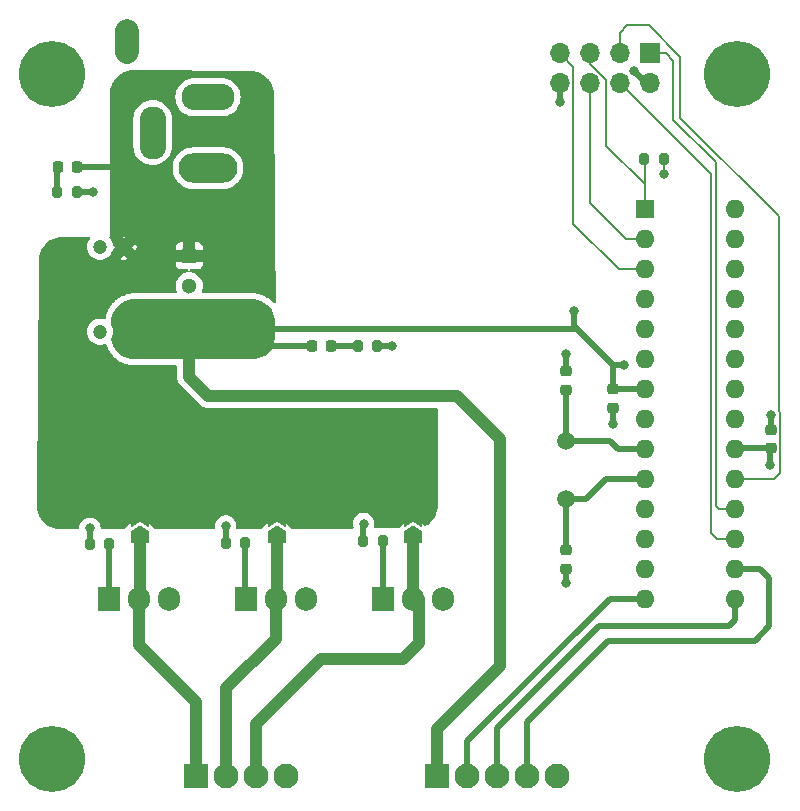
<source format=gbr>
%TF.GenerationSoftware,KiCad,Pcbnew,7.0.1*%
%TF.CreationDate,2023-03-24T14:01:55+01:00*%
%TF.ProjectId,mainboard,6d61696e-626f-4617-9264-2e6b69636164,1.0*%
%TF.SameCoordinates,Original*%
%TF.FileFunction,Copper,L1,Top*%
%TF.FilePolarity,Positive*%
%FSLAX46Y46*%
G04 Gerber Fmt 4.6, Leading zero omitted, Abs format (unit mm)*
G04 Created by KiCad (PCBNEW 7.0.1) date 2023-03-24 14:01:55*
%MOMM*%
%LPD*%
G01*
G04 APERTURE LIST*
G04 Aperture macros list*
%AMRoundRect*
0 Rectangle with rounded corners*
0 $1 Rounding radius*
0 $2 $3 $4 $5 $6 $7 $8 $9 X,Y pos of 4 corners*
0 Add a 4 corners polygon primitive as box body*
4,1,4,$2,$3,$4,$5,$6,$7,$8,$9,$2,$3,0*
0 Add four circle primitives for the rounded corners*
1,1,$1+$1,$2,$3*
1,1,$1+$1,$4,$5*
1,1,$1+$1,$6,$7*
1,1,$1+$1,$8,$9*
0 Add four rect primitives between the rounded corners*
20,1,$1+$1,$2,$3,$4,$5,0*
20,1,$1+$1,$4,$5,$6,$7,0*
20,1,$1+$1,$6,$7,$8,$9,0*
20,1,$1+$1,$8,$9,$2,$3,0*%
%AMFreePoly0*
4,1,6,1.000000,0.000000,0.500000,-0.750000,-0.500000,-0.750000,-0.500000,0.750000,0.500000,0.750000,1.000000,0.000000,1.000000,0.000000,$1*%
%AMFreePoly1*
4,1,6,0.500000,-0.750000,-0.650000,-0.750000,-0.150000,0.000000,-0.650000,0.750000,0.500000,0.750000,0.500000,-0.750000,0.500000,-0.750000,$1*%
G04 Aperture macros list end*
%TA.AperFunction,SMDPad,CuDef*%
%ADD10RoundRect,0.250000X-0.625000X0.312500X-0.625000X-0.312500X0.625000X-0.312500X0.625000X0.312500X0*%
%TD*%
%TA.AperFunction,SMDPad,CuDef*%
%ADD11RoundRect,0.225000X0.250000X-0.225000X0.250000X0.225000X-0.250000X0.225000X-0.250000X-0.225000X0*%
%TD*%
%TA.AperFunction,ComponentPad*%
%ADD12C,5.600000*%
%TD*%
%TA.AperFunction,SMDPad,CuDef*%
%ADD13RoundRect,0.225000X-0.250000X0.225000X-0.250000X-0.225000X0.250000X-0.225000X0.250000X0.225000X0*%
%TD*%
%TA.AperFunction,SMDPad,CuDef*%
%ADD14FreePoly0,90.000000*%
%TD*%
%TA.AperFunction,SMDPad,CuDef*%
%ADD15FreePoly1,90.000000*%
%TD*%
%TA.AperFunction,SMDPad,CuDef*%
%ADD16RoundRect,0.200000X-0.200000X-0.275000X0.200000X-0.275000X0.200000X0.275000X-0.200000X0.275000X0*%
%TD*%
%TA.AperFunction,ComponentPad*%
%ADD17R,1.600000X1.600000*%
%TD*%
%TA.AperFunction,ComponentPad*%
%ADD18O,1.600000X1.600000*%
%TD*%
%TA.AperFunction,ComponentPad*%
%ADD19R,1.905000X2.000000*%
%TD*%
%TA.AperFunction,ComponentPad*%
%ADD20O,1.905000X2.000000*%
%TD*%
%TA.AperFunction,ComponentPad*%
%ADD21O,5.000000X2.500000*%
%TD*%
%TA.AperFunction,ComponentPad*%
%ADD22O,4.500000X2.250000*%
%TD*%
%TA.AperFunction,ComponentPad*%
%ADD23O,2.250000X4.500000*%
%TD*%
%TA.AperFunction,SMDPad,CuDef*%
%ADD24RoundRect,0.200000X0.200000X0.275000X-0.200000X0.275000X-0.200000X-0.275000X0.200000X-0.275000X0*%
%TD*%
%TA.AperFunction,SMDPad,CuDef*%
%ADD25RoundRect,0.218750X-0.218750X-0.256250X0.218750X-0.256250X0.218750X0.256250X-0.218750X0.256250X0*%
%TD*%
%TA.AperFunction,ComponentPad*%
%ADD26R,1.700000X1.700000*%
%TD*%
%TA.AperFunction,ComponentPad*%
%ADD27O,1.700000X1.700000*%
%TD*%
%TA.AperFunction,ComponentPad*%
%ADD28R,2.100000X2.100000*%
%TD*%
%TA.AperFunction,ComponentPad*%
%ADD29C,2.100000*%
%TD*%
%TA.AperFunction,ComponentPad*%
%ADD30R,1.300000X1.300000*%
%TD*%
%TA.AperFunction,ComponentPad*%
%ADD31C,1.300000*%
%TD*%
%TA.AperFunction,ComponentPad*%
%ADD32C,1.200000*%
%TD*%
%TA.AperFunction,SMDPad,CuDef*%
%ADD33RoundRect,0.218750X0.218750X0.256250X-0.218750X0.256250X-0.218750X-0.256250X0.218750X-0.256250X0*%
%TD*%
%TA.AperFunction,ComponentPad*%
%ADD34C,1.500000*%
%TD*%
%TA.AperFunction,ViaPad*%
%ADD35C,1.400000*%
%TD*%
%TA.AperFunction,ViaPad*%
%ADD36C,0.800000*%
%TD*%
%TA.AperFunction,Conductor*%
%ADD37C,2.000000*%
%TD*%
%TA.AperFunction,Conductor*%
%ADD38C,0.500000*%
%TD*%
%TA.AperFunction,Conductor*%
%ADD39C,1.000000*%
%TD*%
%TA.AperFunction,Conductor*%
%ADD40C,0.200000*%
%TD*%
G04 APERTURE END LIST*
D10*
%TO.P,F1,1*%
%TO.N,Net-(F1-Pad1)*%
X122200000Y-64737500D03*
%TO.P,F1,2*%
%TO.N,+12V*%
X122200000Y-67662500D03*
%TD*%
D11*
%TO.P,C5,1*%
%TO.N,Net-(U2-XTAL1{slash}PB6)*%
X159380000Y-93355000D03*
%TO.P,C5,2*%
%TO.N,GND*%
X159380000Y-91805000D03*
%TD*%
D12*
%TO.P,H4,1,1*%
%TO.N,GND*%
X173900000Y-124600000D03*
%TD*%
D13*
%TO.P,C3,1*%
%TO.N,5V*%
X163380000Y-93335000D03*
%TO.P,C3,2*%
%TO.N,GND*%
X163380000Y-94885000D03*
%TD*%
D14*
%TO.P,JP1,1,A*%
%TO.N,/12V_LOAD_1*%
X123300000Y-105825000D03*
D15*
%TO.P,JP1,2,B*%
%TO.N,+12V*%
X123300000Y-104375000D03*
%TD*%
D12*
%TO.P,H2,1,1*%
%TO.N,GND*%
X173900000Y-66600000D03*
%TD*%
D13*
%TO.P,C4,1*%
%TO.N,GND*%
X176780000Y-96782500D03*
%TO.P,C4,2*%
%TO.N,5V*%
X176780000Y-98332500D03*
%TD*%
D16*
%TO.P,R5,1*%
%TO.N,Net-(U2-PD7)*%
X142255000Y-106200000D03*
%TO.P,R5,2*%
%TO.N,GATE3*%
X143905000Y-106200000D03*
%TD*%
D17*
%TO.P,U2,1,~{RESET}/PC6*%
%TO.N,RESET*%
X166080000Y-78080000D03*
D18*
%TO.P,U2,2,PD0*%
%TO.N,RX*%
X166080000Y-80620000D03*
%TO.P,U2,3,PD1*%
%TO.N,TX*%
X166080000Y-83160000D03*
%TO.P,U2,4,PD2*%
%TO.N,unconnected-(U2-PD2-Pad4)*%
X166080000Y-85700000D03*
%TO.P,U2,5,PD3*%
%TO.N,unconnected-(U2-PD3-Pad5)*%
X166080000Y-88240000D03*
%TO.P,U2,6,PD4*%
%TO.N,unconnected-(U2-PD4-Pad6)*%
X166080000Y-90780000D03*
%TO.P,U2,7,VCC*%
%TO.N,5V*%
X166080000Y-93320000D03*
%TO.P,U2,8,GND*%
%TO.N,GND*%
X166080000Y-95860000D03*
%TO.P,U2,9,XTAL1/PB6*%
%TO.N,Net-(U2-XTAL1{slash}PB6)*%
X166080000Y-98400000D03*
%TO.P,U2,10,XTAL2/PB7*%
%TO.N,Net-(U2-XTAL2{slash}PB7)*%
X166080000Y-100940000D03*
%TO.P,U2,11,PD5*%
%TO.N,Net-(U2-PD5)*%
X166080000Y-103480000D03*
%TO.P,U2,12,PD6*%
%TO.N,Net-(U2-PD6)*%
X166080000Y-106020000D03*
%TO.P,U2,13,PD7*%
%TO.N,Net-(U2-PD7)*%
X166080000Y-108560000D03*
%TO.P,U2,14,PB0*%
%TO.N,RearLightButton*%
X166080000Y-111100000D03*
%TO.P,U2,15,PB1*%
%TO.N,IndicatorButton*%
X173700000Y-111100000D03*
%TO.P,U2,16,PB2*%
%TO.N,BrakeButton*%
X173700000Y-108560000D03*
%TO.P,U2,17,PB3*%
%TO.N,MOSI*%
X173700000Y-106020000D03*
%TO.P,U2,18,PB4*%
%TO.N,MISO*%
X173700000Y-103480000D03*
%TO.P,U2,19,PB5*%
%TO.N,SCK*%
X173700000Y-100940000D03*
%TO.P,U2,20,AVCC*%
%TO.N,5V*%
X173700000Y-98400000D03*
%TO.P,U2,21,AREF*%
%TO.N,unconnected-(U2-AREF-Pad21)*%
X173700000Y-95860000D03*
%TO.P,U2,22,GND*%
%TO.N,GND*%
X173700000Y-93320000D03*
%TO.P,U2,23,PC0*%
%TO.N,unconnected-(U2-PC0-Pad23)*%
X173700000Y-90780000D03*
%TO.P,U2,24,PC1*%
%TO.N,unconnected-(U2-PC1-Pad24)*%
X173700000Y-88240000D03*
%TO.P,U2,25,PC2*%
%TO.N,unconnected-(U2-PC2-Pad25)*%
X173700000Y-85700000D03*
%TO.P,U2,26,PC3*%
%TO.N,unconnected-(U2-PC3-Pad26)*%
X173700000Y-83160000D03*
%TO.P,U2,27,PC4*%
%TO.N,unconnected-(U2-PC4-Pad27)*%
X173700000Y-80620000D03*
%TO.P,U2,28,PC5*%
%TO.N,unconnected-(U2-PC5-Pad28)*%
X173700000Y-78080000D03*
%TD*%
D16*
%TO.P,R4,1*%
%TO.N,Net-(U2-PD6)*%
X130615000Y-106345000D03*
%TO.P,R4,2*%
%TO.N,GATE2*%
X132265000Y-106345000D03*
%TD*%
D12*
%TO.P,H3,1,1*%
%TO.N,GND*%
X115900000Y-124600000D03*
%TD*%
%TO.P,H1,1,1*%
%TO.N,GND*%
X115900000Y-66600000D03*
%TD*%
D19*
%TO.P,Q3,1,G*%
%TO.N,GATE3*%
X143900000Y-111100000D03*
D20*
%TO.P,Q3,2,D*%
%TO.N,/12V_LOAD_3*%
X146440000Y-111100000D03*
%TO.P,Q3,3,S*%
%TO.N,GND*%
X148980000Y-111100000D03*
%TD*%
D21*
%TO.P,J1,1*%
%TO.N,Net-(F1-Pad1)*%
X129100000Y-74600000D03*
D22*
%TO.P,J1,2*%
%TO.N,GND*%
X129100000Y-68600000D03*
D23*
%TO.P,J1,3*%
X124400000Y-71600000D03*
%TD*%
D19*
%TO.P,Q1,1,G*%
%TO.N,GATE1*%
X120720000Y-111100000D03*
D20*
%TO.P,Q1,2,D*%
%TO.N,/12V_LOAD_1*%
X123260000Y-111100000D03*
%TO.P,Q1,3,S*%
%TO.N,GND*%
X125800000Y-111100000D03*
%TD*%
D24*
%TO.P,R1,1*%
%TO.N,GND*%
X118000000Y-76600000D03*
%TO.P,R1,2*%
%TO.N,Net-(D1-K)*%
X116350000Y-76600000D03*
%TD*%
D25*
%TO.P,D1,1,K*%
%TO.N,Net-(D1-K)*%
X116412500Y-74500000D03*
%TO.P,D1,2,A*%
%TO.N,+12V*%
X117987500Y-74500000D03*
%TD*%
D26*
%TO.P,J4,1,Pin_1*%
%TO.N,MISO*%
X166500000Y-64860000D03*
D27*
%TO.P,J4,2,Pin_2*%
%TO.N,5V*%
X166500000Y-67400000D03*
%TO.P,J4,3,Pin_3*%
%TO.N,SCK*%
X163960000Y-64860000D03*
%TO.P,J4,4,Pin_4*%
%TO.N,MOSI*%
X163960000Y-67400000D03*
%TO.P,J4,5,Pin_5*%
%TO.N,RESET*%
X161420000Y-64860000D03*
%TO.P,J4,6,Pin_6*%
%TO.N,RX*%
X161420000Y-67400000D03*
%TO.P,J4,7,Pin_7*%
%TO.N,TX*%
X158880000Y-64860000D03*
%TO.P,J4,8,Pin_8*%
%TO.N,GND*%
X158880000Y-67400000D03*
%TD*%
D28*
%TO.P,J3,1,Pin_1*%
%TO.N,/12V_LOAD_1*%
X128120000Y-126100000D03*
D29*
%TO.P,J3,2,Pin_2*%
%TO.N,/12V_LOAD_2*%
X130660000Y-126100000D03*
%TO.P,J3,3,Pin_3*%
%TO.N,/12V_LOAD_3*%
X133200000Y-126100000D03*
%TO.P,J3,4,Pin_4*%
%TO.N,GND*%
X135740000Y-126100000D03*
%TD*%
D30*
%TO.P,U1,1,Vin*%
%TO.N,+12V*%
X127500000Y-82020000D03*
D31*
%TO.P,U1,2,GND*%
%TO.N,GND*%
X127500000Y-84560000D03*
%TO.P,U1,3,Vout*%
%TO.N,5V*%
X127500000Y-87100000D03*
%TD*%
D28*
%TO.P,J2,1,Pin_1*%
%TO.N,5V*%
X148520000Y-126100000D03*
D29*
%TO.P,J2,2,Pin_2*%
%TO.N,RearLightButton*%
X151060000Y-126100000D03*
%TO.P,J2,3,Pin_3*%
%TO.N,IndicatorButton*%
X153600000Y-126100000D03*
%TO.P,J2,4,Pin_4*%
%TO.N,BrakeButton*%
X156140000Y-126100000D03*
%TO.P,J2,5,Pin_5*%
%TO.N,GND*%
X158680000Y-126100000D03*
%TD*%
D14*
%TO.P,JP3,1,A*%
%TO.N,/12V_LOAD_3*%
X146480000Y-105825000D03*
D15*
%TO.P,JP3,2,B*%
%TO.N,+12V*%
X146480000Y-104375000D03*
%TD*%
D19*
%TO.P,Q2,1,G*%
%TO.N,GATE2*%
X132300000Y-111100000D03*
D20*
%TO.P,Q2,2,D*%
%TO.N,/12V_LOAD_2*%
X134840000Y-111100000D03*
%TO.P,Q2,3,S*%
%TO.N,GND*%
X137380000Y-111100000D03*
%TD*%
D32*
%TO.P,C1,1*%
%TO.N,+12V*%
X121950000Y-81260000D03*
%TO.P,C1,2*%
%TO.N,GND*%
X119950000Y-81260000D03*
%TD*%
D16*
%TO.P,R3,1*%
%TO.N,Net-(U2-PD5)*%
X119095000Y-106400000D03*
%TO.P,R3,2*%
%TO.N,GATE1*%
X120745000Y-106400000D03*
%TD*%
D33*
%TO.P,D2,1,K*%
%TO.N,Net-(D2-K)*%
X139487500Y-89700000D03*
%TO.P,D2,2,A*%
%TO.N,5V*%
X137912500Y-89700000D03*
%TD*%
D16*
%TO.P,R6,1*%
%TO.N,RESET*%
X166050000Y-73800000D03*
%TO.P,R6,2*%
%TO.N,5V*%
X167700000Y-73800000D03*
%TD*%
D34*
%TO.P,Y1,1,1*%
%TO.N,Net-(U2-XTAL2{slash}PB7)*%
X159380000Y-102610000D03*
%TO.P,Y1,2,2*%
%TO.N,Net-(U2-XTAL1{slash}PB6)*%
X159380000Y-97730000D03*
%TD*%
D13*
%TO.P,C6,1*%
%TO.N,Net-(U2-XTAL2{slash}PB7)*%
X159380000Y-106965000D03*
%TO.P,C6,2*%
%TO.N,GND*%
X159380000Y-108515000D03*
%TD*%
D32*
%TO.P,C2,1*%
%TO.N,5V*%
X121950000Y-88460000D03*
%TO.P,C2,2*%
%TO.N,GND*%
X119950000Y-88460000D03*
%TD*%
D24*
%TO.P,R2,1*%
%TO.N,GND*%
X143425000Y-89700000D03*
%TO.P,R2,2*%
%TO.N,Net-(D2-K)*%
X141775000Y-89700000D03*
%TD*%
D14*
%TO.P,JP2,1,A*%
%TO.N,/12V_LOAD_2*%
X134900000Y-105825000D03*
D15*
%TO.P,JP2,2,B*%
%TO.N,+12V*%
X134900000Y-104375000D03*
%TD*%
D35*
%TO.N,Net-(F1-Pad1)*%
X122200000Y-63000000D03*
D36*
%TO.N,GND*%
X119400000Y-76600000D03*
X144700000Y-89700000D03*
X159380000Y-90360000D03*
X159380000Y-109760000D03*
X158900000Y-69000000D03*
X163400000Y-96310000D03*
X176760000Y-95517500D03*
%TO.N,5V*%
X165200000Y-66400000D03*
X164300000Y-91300000D03*
X160100000Y-86700000D03*
X167700000Y-75100000D03*
X176700000Y-99700000D03*
%TO.N,Net-(U2-PD5)*%
X119100000Y-105100000D03*
%TO.N,Net-(U2-PD6)*%
X130600000Y-104900000D03*
%TO.N,Net-(U2-PD7)*%
X142280000Y-104700000D03*
%TD*%
D37*
%TO.N,Net-(F1-Pad1)*%
X122200000Y-64737500D02*
X122200000Y-63000000D01*
D38*
%TO.N,Net-(U2-XTAL1{slash}PB6)*%
X163130000Y-97730000D02*
X163800000Y-98400000D01*
X159380000Y-93355000D02*
X159380000Y-97730000D01*
X159380000Y-97730000D02*
X163130000Y-97730000D01*
X163800000Y-98400000D02*
X166080000Y-98400000D01*
%TO.N,GND*%
X176780000Y-96782500D02*
X176780000Y-95537500D01*
X158880000Y-67400000D02*
X158880000Y-68980000D01*
X163380000Y-94885000D02*
X163380000Y-96290000D01*
X143425000Y-89700000D02*
X144700000Y-89700000D01*
X159380000Y-91805000D02*
X159380000Y-90360000D01*
X163380000Y-96290000D02*
X163400000Y-96310000D01*
X118000000Y-76600000D02*
X119400000Y-76600000D01*
X159380000Y-108515000D02*
X159380000Y-109760000D01*
X158880000Y-68980000D02*
X158900000Y-69000000D01*
X176780000Y-95537500D02*
X176760000Y-95517500D01*
%TO.N,Net-(U2-XTAL2{slash}PB7)*%
X162760000Y-100940000D02*
X166080000Y-100940000D01*
X159380000Y-102610000D02*
X161090000Y-102610000D01*
X159380000Y-106965000D02*
X159380000Y-102610000D01*
X161090000Y-102610000D02*
X162760000Y-100940000D01*
D39*
%TO.N,5V*%
X148520000Y-122080000D02*
X153800000Y-116800000D01*
D38*
X166200000Y-67400000D02*
X165200000Y-66400000D01*
X163400000Y-91300000D02*
X164300000Y-91300000D01*
D39*
X153800000Y-116800000D02*
X153800000Y-97500000D01*
D38*
X176700000Y-99700000D02*
X176700000Y-98412500D01*
X133700000Y-89700000D02*
X132900000Y-88900000D01*
D39*
X129100000Y-93900000D02*
X127500000Y-92300000D01*
D38*
X176700000Y-98412500D02*
X176780000Y-98332500D01*
X160100000Y-86700000D02*
X160100000Y-88000000D01*
D39*
X127500000Y-92300000D02*
X127500000Y-87100000D01*
D38*
X163400000Y-91300000D02*
X163400000Y-93315000D01*
X163380000Y-93335000D02*
X166065000Y-93335000D01*
X166065000Y-93335000D02*
X166080000Y-93320000D01*
X137912500Y-89700000D02*
X133700000Y-89700000D01*
X132900000Y-88900000D02*
X132900000Y-88200000D01*
D39*
X150200000Y-93900000D02*
X129100000Y-93900000D01*
D38*
X176780000Y-98332500D02*
X173767500Y-98332500D01*
D40*
X167700000Y-73800000D02*
X167700000Y-75100000D01*
D39*
X148520000Y-126100000D02*
X148520000Y-122080000D01*
D38*
X166500000Y-67400000D02*
X166200000Y-67400000D01*
X160100000Y-88000000D02*
X160300000Y-88200000D01*
X160300000Y-88200000D02*
X163400000Y-91300000D01*
X173767500Y-98332500D02*
X173700000Y-98400000D01*
X131800000Y-87100000D02*
X132900000Y-88200000D01*
D39*
X153800000Y-97500000D02*
X150200000Y-93900000D01*
D38*
X132900000Y-88200000D02*
X160300000Y-88200000D01*
X127500000Y-87100000D02*
X131800000Y-87100000D01*
X163400000Y-93315000D02*
X163380000Y-93335000D01*
D40*
%TO.N,MISO*%
X168500000Y-65500000D02*
X168500000Y-70500000D01*
X167860000Y-64860000D02*
X168500000Y-65500000D01*
X172420000Y-103480000D02*
X173700000Y-103480000D01*
X172400000Y-103500000D02*
X172420000Y-103480000D01*
X166500000Y-64860000D02*
X167860000Y-64860000D01*
X172100000Y-74100000D02*
X172100000Y-103200000D01*
X168500000Y-70500000D02*
X172100000Y-74100000D01*
X172100000Y-103200000D02*
X172400000Y-103500000D01*
%TO.N,SCK*%
X177400000Y-95167550D02*
X177555000Y-95322550D01*
X163960000Y-63140000D02*
X164600000Y-62500000D01*
X177000000Y-100940000D02*
X173700000Y-100940000D01*
X164600000Y-62500000D02*
X166440000Y-62500000D01*
X177400000Y-78700000D02*
X177400000Y-95167550D01*
X163960000Y-64860000D02*
X163960000Y-63140000D01*
X169100000Y-65160000D02*
X169100000Y-70400000D01*
X166440000Y-62500000D02*
X169100000Y-65160000D01*
X169100000Y-70400000D02*
X177400000Y-78700000D01*
X177555000Y-95322550D02*
X177555000Y-100385000D01*
X177555000Y-100385000D02*
X177000000Y-100940000D01*
%TO.N,MOSI*%
X172220000Y-106020000D02*
X173700000Y-106020000D01*
X163960000Y-67400000D02*
X171700000Y-75140000D01*
X171700000Y-105500000D02*
X172220000Y-106020000D01*
X171700000Y-75140000D02*
X171700000Y-105500000D01*
%TO.N,RESET*%
X166080000Y-73830000D02*
X166050000Y-73800000D01*
X162810000Y-72710000D02*
X166080000Y-75980000D01*
X161420000Y-65773654D02*
X162810000Y-67163654D01*
X166080000Y-75980000D02*
X166080000Y-73830000D01*
X162810000Y-67163654D02*
X162810000Y-72710000D01*
X166080000Y-75980000D02*
X166080000Y-78080000D01*
X161420000Y-64860000D02*
X161420000Y-65773654D01*
D38*
%TO.N,GATE1*%
X120745000Y-111075000D02*
X120720000Y-111100000D01*
X120745000Y-106400000D02*
X120745000Y-111075000D01*
%TO.N,GATE2*%
X132265000Y-111065000D02*
X132300000Y-111100000D01*
X132265000Y-106345000D02*
X132265000Y-111065000D01*
%TO.N,GATE3*%
X143905000Y-111095000D02*
X143900000Y-111100000D01*
X143905000Y-106200000D02*
X143905000Y-111095000D01*
%TO.N,Net-(U2-PD5)*%
X119095000Y-105105000D02*
X119100000Y-105100000D01*
X119095000Y-106400000D02*
X119095000Y-105105000D01*
%TO.N,Net-(U2-PD6)*%
X130615000Y-106345000D02*
X130615000Y-104915000D01*
X130615000Y-104915000D02*
X130600000Y-104900000D01*
%TO.N,Net-(U2-PD7)*%
X142255000Y-106200000D02*
X142255000Y-104725000D01*
X142255000Y-104725000D02*
X142280000Y-104700000D01*
%TO.N,Net-(D1-K)*%
X116350000Y-76600000D02*
X116350000Y-74562500D01*
X116350000Y-74562500D02*
X116412500Y-74500000D01*
%TO.N,Net-(D2-K)*%
X139487500Y-89700000D02*
X141775000Y-89700000D01*
D40*
%TO.N,RX*%
X164520000Y-80620000D02*
X166080000Y-80620000D01*
X161420000Y-77520000D02*
X164520000Y-80620000D01*
X161420000Y-67400000D02*
X161420000Y-77520000D01*
D38*
%TO.N,RearLightButton*%
X151060000Y-126100000D02*
X151060000Y-123140000D01*
X151060000Y-123140000D02*
X163100000Y-111100000D01*
X163100000Y-111100000D02*
X166080000Y-111100000D01*
%TO.N,IndicatorButton*%
X153600000Y-122000000D02*
X162200000Y-113400000D01*
X173700000Y-112900000D02*
X173700000Y-111100000D01*
X153600000Y-126100000D02*
X153600000Y-122000000D01*
X173200000Y-113400000D02*
X173700000Y-112900000D01*
X162200000Y-113400000D02*
X173200000Y-113400000D01*
%TO.N,+12V*%
X117987500Y-74500000D02*
X122200000Y-74500000D01*
%TO.N,BrakeButton*%
X175860000Y-108560000D02*
X173700000Y-108560000D01*
X163000000Y-114600000D02*
X175400000Y-114600000D01*
X176600000Y-109300000D02*
X175860000Y-108560000D01*
X156140000Y-121460000D02*
X163000000Y-114600000D01*
X175400000Y-114600000D02*
X176600000Y-113400000D01*
X176600000Y-113400000D02*
X176600000Y-109300000D01*
X156140000Y-126100000D02*
X156140000Y-121460000D01*
D39*
%TO.N,/12V_LOAD_1*%
X128120000Y-126100000D02*
X128120000Y-119820000D01*
X128120000Y-119820000D02*
X123260000Y-114960000D01*
X123300000Y-105825000D02*
X123300000Y-111060000D01*
X123300000Y-111060000D02*
X123260000Y-111100000D01*
X123260000Y-105790000D02*
X123300000Y-105750000D01*
X123260000Y-114960000D02*
X123260000Y-111100000D01*
%TO.N,/12V_LOAD_2*%
X134900000Y-111040000D02*
X134840000Y-111100000D01*
X130660000Y-126100000D02*
X130660000Y-118640000D01*
X134840000Y-105810000D02*
X134900000Y-105750000D01*
X134840000Y-114460000D02*
X134840000Y-111100000D01*
X134900000Y-105825000D02*
X134900000Y-111040000D01*
X130660000Y-118640000D02*
X134840000Y-114460000D01*
%TO.N,/12V_LOAD_3*%
X138700000Y-116200000D02*
X145600000Y-116200000D01*
X133200000Y-126100000D02*
X133200000Y-121700000D01*
X146440000Y-105790000D02*
X146480000Y-105750000D01*
X145600000Y-116200000D02*
X146960000Y-114840000D01*
X146440000Y-111100000D02*
X146440000Y-105865000D01*
X146960000Y-114840000D02*
X146960000Y-111100000D01*
X146440000Y-105865000D02*
X146480000Y-105825000D01*
X133200000Y-121700000D02*
X138700000Y-116200000D01*
D40*
%TO.N,TX*%
X158880000Y-64860000D02*
X160030000Y-66010000D01*
X160030000Y-79330000D02*
X163860000Y-83160000D01*
X163860000Y-83160000D02*
X166080000Y-83160000D01*
X160030000Y-66010000D02*
X160030000Y-79330000D01*
%TD*%
%TA.AperFunction,Conductor*%
%TO.N,+12V*%
G36*
X117322586Y-80407484D02*
G01*
X118794052Y-80411852D01*
X118794052Y-80411851D01*
X118794065Y-80411852D01*
X118794067Y-80411851D01*
X119023061Y-80412530D01*
X119064220Y-80441745D01*
X119090982Y-80491169D01*
X119093177Y-80547330D01*
X119070352Y-80598691D01*
X119010326Y-80678178D01*
X118919418Y-80860748D01*
X118863602Y-81056916D01*
X118844785Y-81260000D01*
X118863602Y-81463083D01*
X118919418Y-81659251D01*
X119010324Y-81841818D01*
X119133236Y-82004580D01*
X119283958Y-82141981D01*
X119457361Y-82249347D01*
X119457363Y-82249348D01*
X119647544Y-82323024D01*
X119848024Y-82360500D01*
X120051974Y-82360500D01*
X120051976Y-82360500D01*
X120252456Y-82323024D01*
X120291989Y-82307709D01*
X121609396Y-82307709D01*
X121647677Y-82322539D01*
X121848072Y-82360000D01*
X122051928Y-82360000D01*
X122252317Y-82322540D01*
X122290602Y-82307708D01*
X121950001Y-81967107D01*
X121950000Y-81967107D01*
X121609396Y-82307709D01*
X120291989Y-82307709D01*
X120442637Y-82249348D01*
X120616041Y-82141981D01*
X120766764Y-82004579D01*
X120889673Y-81841821D01*
X120889673Y-81841819D01*
X120889675Y-81841818D01*
X120980580Y-81659254D01*
X120980579Y-81659254D01*
X120980582Y-81659250D01*
X121026228Y-81498821D01*
X121057810Y-81445080D01*
X121242892Y-81260001D01*
X122657107Y-81260001D01*
X122996960Y-81599854D01*
X122996961Y-81599854D01*
X123019682Y-81520000D01*
X126350000Y-81520000D01*
X127000000Y-81520000D01*
X127000000Y-80870000D01*
X128000000Y-80870000D01*
X128000000Y-81520000D01*
X128650000Y-81520000D01*
X128650000Y-81322176D01*
X128643597Y-81262624D01*
X128593352Y-81127910D01*
X128507188Y-81012811D01*
X128392089Y-80926647D01*
X128257375Y-80876402D01*
X128197824Y-80870000D01*
X128000000Y-80870000D01*
X127000000Y-80870000D01*
X126802176Y-80870000D01*
X126742624Y-80876402D01*
X126607910Y-80926647D01*
X126492811Y-81012811D01*
X126406647Y-81127910D01*
X126356402Y-81262624D01*
X126350000Y-81322176D01*
X126350000Y-81520000D01*
X123019682Y-81520000D01*
X123035903Y-81462990D01*
X123054712Y-81259999D01*
X123035903Y-81057009D01*
X122996961Y-80920144D01*
X122996960Y-80920144D01*
X122657107Y-81260000D01*
X122657107Y-81260001D01*
X121242892Y-81260001D01*
X121242893Y-81260000D01*
X121057810Y-81074917D01*
X121026227Y-81021176D01*
X120980582Y-80860750D01*
X120956325Y-80812035D01*
X120889675Y-80678181D01*
X120766763Y-80515419D01*
X120659225Y-80417385D01*
X121817930Y-80420823D01*
X121950000Y-80552893D01*
X121950001Y-80552893D01*
X122081287Y-80421605D01*
X134800000Y-80459346D01*
X134800000Y-83303920D01*
X134817009Y-83330167D01*
X134826251Y-83375117D01*
X134868855Y-85931340D01*
X134856098Y-85988223D01*
X134818757Y-86032990D01*
X134765086Y-86055747D01*
X134706947Y-86051464D01*
X134657191Y-86021087D01*
X134473439Y-85837335D01*
X134447042Y-85812756D01*
X134447029Y-85812745D01*
X134433676Y-85801173D01*
X134433659Y-85801158D01*
X134405577Y-85778528D01*
X134405560Y-85778515D01*
X134191311Y-85618129D01*
X134161650Y-85597536D01*
X134146776Y-85587978D01*
X134115761Y-85569577D01*
X134115759Y-85569576D01*
X133880884Y-85441324D01*
X133848591Y-85425159D01*
X133832521Y-85417820D01*
X133799198Y-85404017D01*
X133724826Y-85376277D01*
X133548417Y-85310480D01*
X133548411Y-85310478D01*
X133548395Y-85310472D01*
X133514171Y-85299082D01*
X133497208Y-85294102D01*
X133462246Y-85285178D01*
X133200747Y-85228294D01*
X133200744Y-85228293D01*
X133200742Y-85228293D01*
X133195939Y-85227426D01*
X133165261Y-85221890D01*
X133147748Y-85219371D01*
X133122607Y-85216668D01*
X133111850Y-85215512D01*
X133111841Y-85215511D01*
X133111838Y-85215511D01*
X132840468Y-85196103D01*
X132822497Y-85195139D01*
X132813574Y-85194820D01*
X132795591Y-85194500D01*
X132795572Y-85194500D01*
X128669564Y-85194500D01*
X128609225Y-85178829D01*
X128564137Y-85135778D01*
X128545696Y-85076227D01*
X128558563Y-85015229D01*
X128577406Y-84977386D01*
X128635756Y-84772310D01*
X128635755Y-84772310D01*
X128655429Y-84560000D01*
X128635756Y-84347690D01*
X128577405Y-84142611D01*
X128577014Y-84141827D01*
X128482368Y-83951747D01*
X128353873Y-83781594D01*
X128196301Y-83637947D01*
X128015017Y-83525701D01*
X127816198Y-83448679D01*
X127640782Y-83415888D01*
X127585831Y-83390606D01*
X127549378Y-83342333D01*
X127540099Y-83282559D01*
X127560203Y-83225507D01*
X127604906Y-83184754D01*
X127663570Y-83170000D01*
X128197824Y-83170000D01*
X128257375Y-83163597D01*
X128392089Y-83113352D01*
X128507188Y-83027188D01*
X128593352Y-82912089D01*
X128643597Y-82777375D01*
X128650000Y-82717824D01*
X128650000Y-82520000D01*
X126350000Y-82520000D01*
X126350000Y-82717824D01*
X126356402Y-82777375D01*
X126406647Y-82912089D01*
X126492811Y-83027188D01*
X126607910Y-83113352D01*
X126742624Y-83163597D01*
X126802176Y-83170000D01*
X127336430Y-83170000D01*
X127395094Y-83184754D01*
X127439797Y-83225507D01*
X127459901Y-83282559D01*
X127450622Y-83342333D01*
X127414169Y-83390606D01*
X127359217Y-83415888D01*
X127228258Y-83440368D01*
X127183801Y-83448679D01*
X126984982Y-83525701D01*
X126803698Y-83637947D01*
X126646126Y-83781594D01*
X126517631Y-83951747D01*
X126422595Y-84142609D01*
X126364243Y-84347689D01*
X126344571Y-84560000D01*
X126364243Y-84772310D01*
X126422593Y-84977386D01*
X126441437Y-85015229D01*
X126454304Y-85076227D01*
X126435863Y-85135778D01*
X126390775Y-85178829D01*
X126330436Y-85194500D01*
X122904409Y-85194500D01*
X122886428Y-85194820D01*
X122882972Y-85194943D01*
X122877537Y-85195138D01*
X122877499Y-85195140D01*
X122877500Y-85195140D01*
X122859532Y-85196103D01*
X122588133Y-85215512D01*
X122552260Y-85219369D01*
X122534776Y-85221884D01*
X122499249Y-85228293D01*
X122237740Y-85285181D01*
X122202789Y-85294102D01*
X122185836Y-85299079D01*
X122151582Y-85310480D01*
X121900811Y-85404013D01*
X121867461Y-85417827D01*
X121851410Y-85425159D01*
X121851382Y-85425172D01*
X121835237Y-85433253D01*
X121819117Y-85441323D01*
X121584237Y-85569576D01*
X121553200Y-85587992D01*
X121538358Y-85597529D01*
X121508692Y-85618126D01*
X121294419Y-85778529D01*
X121266329Y-85801167D01*
X121252965Y-85812747D01*
X121226565Y-85837329D01*
X121037329Y-86026565D01*
X121012747Y-86052965D01*
X121001167Y-86066329D01*
X120978529Y-86094419D01*
X120818126Y-86308692D01*
X120797529Y-86338358D01*
X120787992Y-86353200D01*
X120769576Y-86384237D01*
X120641323Y-86619117D01*
X120633253Y-86635237D01*
X120625172Y-86651382D01*
X120625166Y-86651393D01*
X120625166Y-86651395D01*
X120617827Y-86667461D01*
X120604013Y-86700811D01*
X120510480Y-86951582D01*
X120499079Y-86985836D01*
X120494102Y-87002789D01*
X120485181Y-87037740D01*
X120428291Y-87299259D01*
X120427008Y-87306370D01*
X120405971Y-87356294D01*
X120365658Y-87392484D01*
X120313762Y-87408033D01*
X120260190Y-87399972D01*
X120252456Y-87396976D01*
X120051976Y-87359500D01*
X119848024Y-87359500D01*
X119747784Y-87378237D01*
X119647542Y-87396976D01*
X119457361Y-87470652D01*
X119283958Y-87578018D01*
X119133236Y-87715419D01*
X119010324Y-87878181D01*
X118919418Y-88060748D01*
X118863602Y-88256916D01*
X118844785Y-88459999D01*
X118863602Y-88663083D01*
X118919418Y-88859251D01*
X119010324Y-89041818D01*
X119133236Y-89204580D01*
X119283958Y-89341981D01*
X119422342Y-89427664D01*
X119457363Y-89449348D01*
X119647544Y-89523024D01*
X119848024Y-89560500D01*
X120051974Y-89560500D01*
X120051976Y-89560500D01*
X120252456Y-89523024D01*
X120352539Y-89484251D01*
X120416865Y-89477427D01*
X120475877Y-89503929D01*
X120513512Y-89556545D01*
X120604017Y-89799198D01*
X120617820Y-89832521D01*
X120625159Y-89848591D01*
X120641324Y-89880884D01*
X120769577Y-90115761D01*
X120787978Y-90146776D01*
X120797536Y-90161650D01*
X120818129Y-90191311D01*
X120978515Y-90405560D01*
X120978528Y-90405577D01*
X121001158Y-90433659D01*
X121001168Y-90433670D01*
X121012754Y-90447040D01*
X121033716Y-90469553D01*
X121037335Y-90473439D01*
X121226559Y-90662663D01*
X121252956Y-90687242D01*
X121266339Y-90698840D01*
X121294421Y-90721470D01*
X121294429Y-90721476D01*
X121294439Y-90721484D01*
X121508683Y-90881866D01*
X121508686Y-90881868D01*
X121538331Y-90902451D01*
X121544405Y-90906353D01*
X121553216Y-90912016D01*
X121584244Y-90930425D01*
X121584250Y-90930428D01*
X121584258Y-90930433D01*
X121676865Y-90980999D01*
X121819123Y-91058678D01*
X121835249Y-91066750D01*
X121851375Y-91074824D01*
X121867467Y-91082173D01*
X121900807Y-91095984D01*
X121900816Y-91095987D01*
X121900820Y-91095989D01*
X122151574Y-91189516D01*
X122151594Y-91189522D01*
X122151595Y-91189523D01*
X122185819Y-91200913D01*
X122185827Y-91200915D01*
X122185829Y-91200916D01*
X122202805Y-91205900D01*
X122226821Y-91212029D01*
X122237761Y-91214822D01*
X122499241Y-91271703D01*
X122499245Y-91271703D01*
X122499251Y-91271705D01*
X122534758Y-91278111D01*
X122552270Y-91280629D01*
X122552291Y-91280632D01*
X122588137Y-91284486D01*
X122588151Y-91284487D01*
X122859519Y-91303896D01*
X122877536Y-91304862D01*
X122886382Y-91305178D01*
X122886414Y-91305178D01*
X122886426Y-91305179D01*
X122904409Y-91305500D01*
X122904428Y-91305500D01*
X126375500Y-91305500D01*
X126437500Y-91322113D01*
X126482887Y-91367500D01*
X126499500Y-91429500D01*
X126499500Y-92285721D01*
X126499460Y-92288863D01*
X126497242Y-92376362D01*
X126507648Y-92434420D01*
X126508957Y-92443749D01*
X126514926Y-92502438D01*
X126524033Y-92531467D01*
X126527772Y-92546702D01*
X126533141Y-92576652D01*
X126555020Y-92631425D01*
X126558180Y-92640300D01*
X126575841Y-92696588D01*
X126590607Y-92723191D01*
X126597337Y-92737364D01*
X126608622Y-92765617D01*
X126641080Y-92814867D01*
X126645961Y-92822923D01*
X126674590Y-92874501D01*
X126694404Y-92897581D01*
X126703856Y-92910116D01*
X126720599Y-92935520D01*
X126762300Y-92977221D01*
X126768705Y-92984132D01*
X126807130Y-93028891D01*
X126807131Y-93028892D01*
X126807134Y-93028895D01*
X126831198Y-93047522D01*
X126842968Y-93057889D01*
X128382449Y-94597370D01*
X128384642Y-94599619D01*
X128444941Y-94663053D01*
X128493358Y-94696752D01*
X128500865Y-94702413D01*
X128546593Y-94739698D01*
X128573556Y-94753782D01*
X128586980Y-94761915D01*
X128611951Y-94779295D01*
X128666163Y-94802559D01*
X128674663Y-94806595D01*
X128708286Y-94824159D01*
X128726951Y-94833909D01*
X128756196Y-94842277D01*
X128770986Y-94847543D01*
X128778464Y-94850752D01*
X128798942Y-94859540D01*
X128856737Y-94871416D01*
X128865854Y-94873654D01*
X128922582Y-94889887D01*
X128952916Y-94892196D01*
X128968453Y-94894374D01*
X128998259Y-94900500D01*
X129057243Y-94900500D01*
X129066657Y-94900858D01*
X129125477Y-94905337D01*
X129155652Y-94901493D01*
X129171318Y-94900500D01*
X148435042Y-94900500D01*
X148496896Y-94917029D01*
X148542261Y-94962209D01*
X148559041Y-95023996D01*
X148591842Y-103093331D01*
X148591562Y-103102184D01*
X148573230Y-103373829D01*
X148570779Y-103391364D01*
X148514877Y-103653267D01*
X148509955Y-103670274D01*
X148417320Y-103921556D01*
X148410026Y-103937688D01*
X148282549Y-104173218D01*
X148273031Y-104188147D01*
X148113315Y-104403114D01*
X148101769Y-104416535D01*
X147913063Y-104606568D01*
X147899723Y-104618209D01*
X147685873Y-104779431D01*
X147671015Y-104789051D01*
X147554336Y-104853262D01*
X147489288Y-104868514D01*
X147425768Y-104847800D01*
X146760482Y-104404276D01*
X146654715Y-104350496D01*
X146539327Y-104322845D01*
X146420673Y-104322845D01*
X146305284Y-104350496D01*
X146199517Y-104404276D01*
X145449516Y-104904276D01*
X145355605Y-104985134D01*
X145304599Y-105057457D01*
X145260498Y-105095992D01*
X145203633Y-105109988D01*
X144316561Y-105112597D01*
X143262809Y-105115696D01*
X143206393Y-105102306D01*
X143162233Y-105064729D01*
X143139985Y-105011184D01*
X143144512Y-104953383D01*
X143165674Y-104888256D01*
X143185460Y-104700000D01*
X143165674Y-104511744D01*
X143118898Y-104367783D01*
X143107179Y-104331715D01*
X143012533Y-104167783D01*
X142885870Y-104027110D01*
X142732730Y-103915848D01*
X142559802Y-103838855D01*
X142374648Y-103799500D01*
X142374646Y-103799500D01*
X142185354Y-103799500D01*
X142185352Y-103799500D01*
X142000197Y-103838855D01*
X141827269Y-103915848D01*
X141674129Y-104027110D01*
X141547466Y-104167783D01*
X141452820Y-104331715D01*
X141394326Y-104511742D01*
X141374540Y-104699999D01*
X141394326Y-104888257D01*
X141417362Y-104959153D01*
X141421919Y-105016779D01*
X141399856Y-105070209D01*
X141355969Y-105107831D01*
X141299796Y-105121470D01*
X139912976Y-105125549D01*
X136195778Y-105136482D01*
X136138508Y-105122654D01*
X136094085Y-105083951D01*
X136024393Y-104985134D01*
X135939156Y-104911744D01*
X135930483Y-104904276D01*
X135180482Y-104404276D01*
X135074715Y-104350496D01*
X134959327Y-104322845D01*
X134840673Y-104322845D01*
X134725284Y-104350496D01*
X134619517Y-104404276D01*
X133869516Y-104904276D01*
X133775605Y-104985134D01*
X133700529Y-105091586D01*
X133656428Y-105130121D01*
X133599561Y-105144118D01*
X131617270Y-105149948D01*
X131551401Y-105131236D01*
X131505508Y-105080416D01*
X131493584Y-105012990D01*
X131505460Y-104900000D01*
X131485674Y-104711744D01*
X131427179Y-104531716D01*
X131427179Y-104531715D01*
X131332533Y-104367783D01*
X131205870Y-104227110D01*
X131052730Y-104115848D01*
X130879802Y-104038855D01*
X130694648Y-103999500D01*
X130694646Y-103999500D01*
X130505354Y-103999500D01*
X130505352Y-103999500D01*
X130320197Y-104038855D01*
X130147269Y-104115848D01*
X129994129Y-104227110D01*
X129867466Y-104367783D01*
X129772820Y-104531715D01*
X129714326Y-104711742D01*
X129694540Y-104900000D01*
X129707044Y-105018969D01*
X129695227Y-105086179D01*
X129649639Y-105136959D01*
X129584090Y-105155928D01*
X124613709Y-105170547D01*
X124565197Y-105160818D01*
X124524348Y-105132891D01*
X124497674Y-105091219D01*
X124495816Y-105086406D01*
X124491591Y-105080416D01*
X124446438Y-105016392D01*
X124424393Y-104985134D01*
X124339156Y-104911744D01*
X124330483Y-104904276D01*
X123580482Y-104404276D01*
X123474715Y-104350496D01*
X123359327Y-104322845D01*
X123240673Y-104322845D01*
X123125284Y-104350496D01*
X123019517Y-104404276D01*
X122269516Y-104904276D01*
X122175608Y-104985132D01*
X122104183Y-105086407D01*
X122099336Y-105098958D01*
X122072828Y-105140455D01*
X122032259Y-105168364D01*
X121984029Y-105178281D01*
X121264089Y-105180399D01*
X120126277Y-105183745D01*
X120067912Y-105169345D01*
X120023179Y-105129187D01*
X120002591Y-105072707D01*
X119985674Y-104911744D01*
X119927179Y-104731716D01*
X119927179Y-104731715D01*
X119832533Y-104567783D01*
X119705870Y-104427110D01*
X119552730Y-104315848D01*
X119379802Y-104238855D01*
X119194648Y-104199500D01*
X119194646Y-104199500D01*
X119005354Y-104199500D01*
X119005352Y-104199500D01*
X118820197Y-104238855D01*
X118647269Y-104315848D01*
X118494129Y-104427110D01*
X118367466Y-104567783D01*
X118272820Y-104731715D01*
X118214326Y-104911742D01*
X118196774Y-105078745D01*
X118176322Y-105135022D01*
X118131882Y-105175154D01*
X118073818Y-105189782D01*
X117114928Y-105192602D01*
X116626582Y-105194038D01*
X116617677Y-105193745D01*
X116344367Y-105174868D01*
X116326727Y-105172367D01*
X116063310Y-105115461D01*
X116046212Y-105110458D01*
X115793672Y-105016392D01*
X115777466Y-105008990D01*
X115541010Y-104879703D01*
X115526033Y-104870055D01*
X115310550Y-104708221D01*
X115297110Y-104696526D01*
X115107037Y-104505477D01*
X115095415Y-104491983D01*
X114934674Y-104275656D01*
X114925112Y-104260642D01*
X114797040Y-104023528D01*
X114789721Y-104007286D01*
X114696950Y-103754267D01*
X114692034Y-103737143D01*
X114636475Y-103473420D01*
X114634068Y-103455792D01*
X114616590Y-103182364D01*
X114616342Y-103173504D01*
X114619010Y-102842639D01*
X114783917Y-82394171D01*
X114784302Y-82385366D01*
X114805766Y-82115040D01*
X114808408Y-82097605D01*
X114867031Y-81837368D01*
X114872119Y-81820487D01*
X114933486Y-81659364D01*
X114967066Y-81571196D01*
X114974497Y-81555209D01*
X115103847Y-81321909D01*
X115113463Y-81307147D01*
X115274611Y-81094541D01*
X115286217Y-81081302D01*
X115475892Y-80893707D01*
X115489273Y-80882237D01*
X115584046Y-80812035D01*
X115703636Y-80723450D01*
X115718490Y-80714004D01*
X115953228Y-80587223D01*
X115969286Y-80579975D01*
X116219606Y-80487784D01*
X116236535Y-80482884D01*
X116497417Y-80427133D01*
X116514859Y-80424686D01*
X116678932Y-80413478D01*
X116785430Y-80406204D01*
X116794243Y-80405917D01*
X117322586Y-80407484D01*
G37*
%TD.AperFunction*%
%TD*%
%TA.AperFunction,Conductor*%
%TO.N,+12V*%
G36*
X132721725Y-66385767D02*
G01*
X132730481Y-66386140D01*
X132999461Y-66407164D01*
X133016796Y-66409762D01*
X133275824Y-66467578D01*
X133292629Y-66472601D01*
X133540905Y-66566397D01*
X133556822Y-66573736D01*
X133789370Y-66701630D01*
X133804104Y-66711150D01*
X134016272Y-66870584D01*
X134029517Y-66882090D01*
X134217054Y-67069866D01*
X134228543Y-67083126D01*
X134387703Y-67295495D01*
X134397205Y-67310243D01*
X134524800Y-67542948D01*
X134532126Y-67558890D01*
X134625603Y-67807282D01*
X134630603Y-67824092D01*
X134688085Y-68083180D01*
X134690664Y-68100534D01*
X134711342Y-68369528D01*
X134711705Y-68378298D01*
X134771075Y-78411859D01*
X134783190Y-80459297D01*
X120800000Y-80417804D01*
X120800000Y-74731182D01*
X126099500Y-74731182D01*
X126138604Y-74990615D01*
X126215937Y-75241323D01*
X126329772Y-75477704D01*
X126465766Y-75677170D01*
X126477571Y-75694485D01*
X126656015Y-75886801D01*
X126656019Y-75886805D01*
X126861143Y-76050386D01*
X127088357Y-76181568D01*
X127332584Y-76277420D01*
X127588370Y-76335802D01*
X127644408Y-76340001D01*
X127784501Y-76350500D01*
X127784506Y-76350500D01*
X130415494Y-76350500D01*
X130415499Y-76350500D01*
X130538079Y-76341313D01*
X130611630Y-76335802D01*
X130867416Y-76277420D01*
X131111643Y-76181568D01*
X131338857Y-76050386D01*
X131543981Y-75886805D01*
X131643273Y-75779792D01*
X131722428Y-75694485D01*
X131722429Y-75694482D01*
X131722433Y-75694479D01*
X131870228Y-75477704D01*
X131984063Y-75241323D01*
X132061396Y-74990615D01*
X132100500Y-74731182D01*
X132100500Y-74468818D01*
X132061396Y-74209385D01*
X131984063Y-73958677D01*
X131870228Y-73722296D01*
X131722433Y-73505521D01*
X131722432Y-73505520D01*
X131722428Y-73505514D01*
X131543984Y-73313198D01*
X131543983Y-73313197D01*
X131543981Y-73313195D01*
X131338857Y-73149614D01*
X131338856Y-73149613D01*
X131111641Y-73018431D01*
X130867418Y-72922580D01*
X130611627Y-72864197D01*
X130415499Y-72849500D01*
X130415494Y-72849500D01*
X127784506Y-72849500D01*
X127784501Y-72849500D01*
X127588372Y-72864197D01*
X127332581Y-72922580D01*
X127088358Y-73018431D01*
X126861143Y-73149613D01*
X126656015Y-73313198D01*
X126477571Y-73505514D01*
X126377070Y-73652922D01*
X126329772Y-73722296D01*
X126215937Y-73958677D01*
X126138604Y-74209385D01*
X126099500Y-74468818D01*
X126099500Y-74731182D01*
X120800000Y-74731182D01*
X120800000Y-72788860D01*
X122774500Y-72788860D01*
X122789548Y-72980071D01*
X122849277Y-73228860D01*
X122911022Y-73377924D01*
X122947191Y-73465243D01*
X123080877Y-73683399D01*
X123247044Y-73877956D01*
X123441601Y-74044123D01*
X123659757Y-74177809D01*
X123834394Y-74250146D01*
X123896139Y-74275722D01*
X123974739Y-74294592D01*
X124144930Y-74335452D01*
X124400000Y-74355526D01*
X124655070Y-74335452D01*
X124903860Y-74275722D01*
X125140243Y-74177809D01*
X125358399Y-74044123D01*
X125552956Y-73877956D01*
X125719123Y-73683399D01*
X125852809Y-73465243D01*
X125950722Y-73228860D01*
X126010452Y-72980070D01*
X126025500Y-72788863D01*
X126025500Y-70411137D01*
X126010452Y-70219930D01*
X125950722Y-69971140D01*
X125852809Y-69734757D01*
X125719123Y-69516601D01*
X125552956Y-69322044D01*
X125358399Y-69155877D01*
X125140243Y-69022191D01*
X125052924Y-68986022D01*
X124903860Y-68924277D01*
X124655071Y-68864548D01*
X124400000Y-68844474D01*
X124144928Y-68864548D01*
X123896139Y-68924277D01*
X123659755Y-69022192D01*
X123441602Y-69155876D01*
X123247044Y-69322044D01*
X123080876Y-69516602D01*
X122947192Y-69734755D01*
X122849277Y-69971139D01*
X122789548Y-70219928D01*
X122774500Y-70411140D01*
X122774500Y-72788860D01*
X120800000Y-72788860D01*
X120800000Y-68600000D01*
X126344474Y-68600000D01*
X126364548Y-68855071D01*
X126424277Y-69103860D01*
X126486022Y-69252924D01*
X126522191Y-69340243D01*
X126655877Y-69558399D01*
X126822044Y-69752956D01*
X127016601Y-69919123D01*
X127234757Y-70052809D01*
X127409394Y-70125146D01*
X127471139Y-70150722D01*
X127549739Y-70169592D01*
X127719930Y-70210452D01*
X127911137Y-70225500D01*
X130288860Y-70225500D01*
X130288863Y-70225500D01*
X130480070Y-70210452D01*
X130728860Y-70150722D01*
X130965243Y-70052809D01*
X131183399Y-69919123D01*
X131377956Y-69752956D01*
X131544123Y-69558399D01*
X131677809Y-69340243D01*
X131775722Y-69103860D01*
X131835452Y-68855070D01*
X131855526Y-68600000D01*
X131835452Y-68344930D01*
X131775722Y-68096140D01*
X131677809Y-67859757D01*
X131544123Y-67641601D01*
X131377956Y-67447044D01*
X131183399Y-67280877D01*
X130965243Y-67147191D01*
X130877924Y-67111022D01*
X130728860Y-67049277D01*
X130480071Y-66989548D01*
X130432268Y-66985786D01*
X130288863Y-66974500D01*
X127911137Y-66974500D01*
X127796412Y-66983528D01*
X127719928Y-66989548D01*
X127471139Y-67049277D01*
X127234755Y-67147192D01*
X127016602Y-67280876D01*
X126822044Y-67447044D01*
X126655876Y-67641602D01*
X126522192Y-67859755D01*
X126424277Y-68096139D01*
X126364548Y-68344928D01*
X126344474Y-68600000D01*
X120800000Y-68600000D01*
X120800000Y-68318887D01*
X120800319Y-68310001D01*
X120816616Y-68083180D01*
X120819906Y-68037394D01*
X120822444Y-68019819D01*
X120879850Y-67757169D01*
X120884879Y-67740126D01*
X120958790Y-67542948D01*
X120979245Y-67488376D01*
X120986652Y-67472240D01*
X121116045Y-67236559D01*
X121125677Y-67221657D01*
X121287439Y-67006889D01*
X121299115Y-66993505D01*
X121303101Y-66989548D01*
X121489901Y-66804086D01*
X121503367Y-66792509D01*
X121719291Y-66632298D01*
X121734262Y-66622774D01*
X121970864Y-66495082D01*
X121987051Y-66487791D01*
X122239483Y-66395234D01*
X122256544Y-66390333D01*
X122519612Y-66334816D01*
X122537209Y-66332403D01*
X122809976Y-66314777D01*
X122818806Y-66314523D01*
X132721725Y-66385767D01*
G37*
%TD.AperFunction*%
%TD*%
%TA.AperFunction,Conductor*%
%TO.N,5V*%
G36*
X127348512Y-85702111D02*
G01*
X127371578Y-85706422D01*
X127393390Y-85710500D01*
X127606609Y-85710500D01*
X127606610Y-85710500D01*
X127628421Y-85706422D01*
X127651488Y-85702111D01*
X127674272Y-85700000D01*
X132795572Y-85700000D01*
X132804418Y-85700316D01*
X133075790Y-85719724D01*
X133093291Y-85722241D01*
X133354803Y-85779129D01*
X133371762Y-85784108D01*
X133622524Y-85877638D01*
X133638616Y-85884987D01*
X133873501Y-86013244D01*
X133888375Y-86022802D01*
X134102624Y-86183188D01*
X134115994Y-86194774D01*
X134305225Y-86384005D01*
X134316811Y-86397375D01*
X134477193Y-86611619D01*
X134486758Y-86626503D01*
X134615011Y-86861382D01*
X134622361Y-86877475D01*
X134715888Y-87128229D01*
X134720872Y-87145205D01*
X134777757Y-87406702D01*
X134780275Y-87424214D01*
X134799684Y-87695582D01*
X134800000Y-87704428D01*
X134800000Y-88795572D01*
X134799684Y-88804418D01*
X134780275Y-89075785D01*
X134777757Y-89093297D01*
X134720872Y-89354794D01*
X134715888Y-89371770D01*
X134622361Y-89622524D01*
X134615011Y-89638617D01*
X134486758Y-89873496D01*
X134477193Y-89888380D01*
X134316811Y-90102624D01*
X134305225Y-90115994D01*
X134115994Y-90305225D01*
X134102624Y-90316811D01*
X133888380Y-90477193D01*
X133873496Y-90486758D01*
X133638617Y-90615011D01*
X133622524Y-90622361D01*
X133371770Y-90715888D01*
X133354794Y-90720872D01*
X133093297Y-90777757D01*
X133075785Y-90780275D01*
X132804418Y-90799684D01*
X132795572Y-90800000D01*
X122904428Y-90800000D01*
X122895582Y-90799684D01*
X122624214Y-90780275D01*
X122606702Y-90777757D01*
X122345205Y-90720872D01*
X122328229Y-90715888D01*
X122077475Y-90622361D01*
X122061382Y-90615011D01*
X121826503Y-90486758D01*
X121811619Y-90477193D01*
X121597375Y-90316811D01*
X121584005Y-90305225D01*
X121394774Y-90115994D01*
X121383188Y-90102624D01*
X121222802Y-89888375D01*
X121213244Y-89873501D01*
X121084987Y-89638616D01*
X121077638Y-89622524D01*
X120984108Y-89371762D01*
X120979129Y-89354803D01*
X120922241Y-89093291D01*
X120919724Y-89075786D01*
X120919724Y-89075785D01*
X120916242Y-89027102D01*
X120928924Y-88962992D01*
X120980582Y-88859250D01*
X121036397Y-88663083D01*
X121055215Y-88460000D01*
X121036397Y-88256917D01*
X120980582Y-88060750D01*
X120912999Y-87925025D01*
X120900000Y-87869755D01*
X120900000Y-87704428D01*
X120900316Y-87695582D01*
X120919724Y-87424214D01*
X120922240Y-87406710D01*
X120979130Y-87145192D01*
X120984107Y-87128241D01*
X121077640Y-86877470D01*
X121084985Y-86861388D01*
X121213248Y-86626491D01*
X121222798Y-86611630D01*
X121383195Y-86397366D01*
X121394767Y-86384012D01*
X121584012Y-86194767D01*
X121597366Y-86183195D01*
X121811630Y-86022798D01*
X121826491Y-86013248D01*
X122061388Y-85884985D01*
X122077470Y-85877640D01*
X122328241Y-85784107D01*
X122345192Y-85779130D01*
X122606710Y-85722240D01*
X122624207Y-85719724D01*
X122895581Y-85700316D01*
X122904428Y-85700000D01*
X127325728Y-85700000D01*
X127348512Y-85702111D01*
G37*
%TD.AperFunction*%
%TD*%
M02*

</source>
